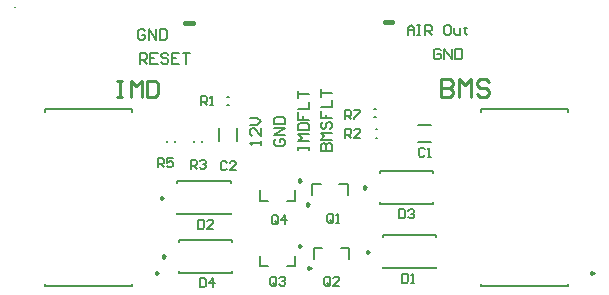
<source format=gto>
G04*
G04 #@! TF.GenerationSoftware,Altium Limited,Altium Designer,19.0.12 (326)*
G04*
G04 Layer_Color=65535*
%FSLAX25Y25*%
%MOIN*%
G70*
G01*
G75*
%ADD10C,0.00984*%
%ADD11C,0.01575*%
%ADD12C,0.00591*%
%ADD13C,0.00787*%
%ADD14C,0.00600*%
%ADD15C,0.01000*%
D10*
X534878Y234717D02*
X534140Y235143D01*
Y234290D01*
X534878Y234717D01*
X389630D02*
X388892Y235143D01*
Y234290D01*
X389630Y234717D01*
X458917Y263216D02*
X458179Y263643D01*
Y262790D01*
X458917Y263216D01*
X459917Y241717D02*
X459179Y242143D01*
Y241290D01*
X459917Y241717D01*
X440512Y236280D02*
X439774Y236706D01*
Y235853D01*
X440512Y236280D01*
X440012Y257563D02*
X439274Y257989D01*
Y257137D01*
X440012Y257563D01*
X437472Y243653D02*
X436734Y244080D01*
Y243227D01*
X437472Y243653D01*
Y265437D02*
X436734Y265863D01*
Y265011D01*
X437472Y265437D01*
X391417Y259717D02*
X390679Y260143D01*
Y259290D01*
X391417Y259717D01*
X391917Y240216D02*
X391179Y240643D01*
Y239790D01*
X391917Y240216D01*
D11*
X398819Y317858D02*
X401181D01*
X465319Y318213D02*
X467681D01*
D12*
X342126Y323228D02*
X342126D01*
D13*
X412803Y293425D02*
X413197D01*
X412803Y290669D02*
X413197D01*
X497181Y230189D02*
X526315D01*
X497181Y230190D02*
Y231173D01*
X526315Y230190D02*
Y231173D01*
Y288260D02*
Y289243D01*
X497181Y288260D02*
Y289243D01*
X526315D01*
X351933Y230189D02*
X381067D01*
X351933Y230190D02*
Y231173D01*
X381067Y230190D02*
Y231173D01*
Y288260D02*
Y289243D01*
X351933Y288260D02*
Y289243D01*
X381067D01*
X461803Y286622D02*
X462197D01*
X461803Y289378D02*
X462197D01*
X462303Y279839D02*
X462697D01*
X462303Y282594D02*
X462697D01*
X476335Y284169D02*
X480665D01*
X476335Y278264D02*
X480665D01*
X463642Y268728D02*
X481358D01*
X463642Y257705D02*
X481358D01*
X463642Y268138D02*
Y268728D01*
X481358Y268138D02*
Y268728D01*
X463642Y257705D02*
Y258295D01*
X481358Y257705D02*
Y258295D01*
X464642Y247228D02*
X482358D01*
X464642Y236205D02*
X482358D01*
X464642Y246638D02*
Y247228D01*
X482358Y246638D02*
Y247228D01*
X464642Y236205D02*
Y236795D01*
X482358Y236205D02*
Y236795D01*
X441595Y239429D02*
Y242972D01*
X444350D01*
X453406Y239429D02*
Y242972D01*
X450650D02*
X453406D01*
X441094Y260713D02*
Y264256D01*
X443850D01*
X452906Y260713D02*
Y264256D01*
X450150D02*
X452906D01*
X435405Y236961D02*
Y240504D01*
X432650Y236961D02*
X435405D01*
X423595D02*
Y240504D01*
Y236961D02*
X426350D01*
X435405Y258744D02*
Y262287D01*
X432650Y258744D02*
X435405D01*
X423595D02*
Y262287D01*
Y258744D02*
X426350D01*
X404378Y278264D02*
Y278658D01*
X401622Y278264D02*
Y278658D01*
X395378Y278264D02*
Y278658D01*
X392622Y278264D02*
Y278658D01*
X396142Y265228D02*
X413858D01*
X396142Y254205D02*
X413858D01*
X396142Y264638D02*
Y265228D01*
X413858Y264638D02*
Y265228D01*
X396142Y254205D02*
Y254795D01*
X413858Y254205D02*
Y254795D01*
X396642Y245728D02*
X414358D01*
X396642Y234705D02*
X414358D01*
X396642Y245138D02*
Y245728D01*
X414358Y245138D02*
Y245728D01*
X396642Y234705D02*
Y235295D01*
X414358Y234705D02*
Y235295D01*
X415953Y278551D02*
Y282882D01*
X410047Y278551D02*
Y282882D01*
D14*
X436313Y275600D02*
Y276800D01*
Y276200D01*
X439912D01*
Y275600D01*
Y276800D01*
Y278599D02*
X436313D01*
X437513Y279799D01*
X436313Y280998D01*
X439912D01*
X436313Y282198D02*
X439912D01*
Y283997D01*
X439312Y284597D01*
X436913D01*
X436313Y283997D01*
Y282198D01*
Y288196D02*
Y285797D01*
X438112D01*
Y286996D01*
Y285797D01*
X439912D01*
X436313Y289396D02*
X439912D01*
Y291795D01*
X436313Y292994D02*
Y295394D01*
Y294194D01*
X439912D01*
X472835Y314173D02*
Y316306D01*
X473901Y317372D01*
X474967Y316306D01*
Y314173D01*
Y315773D01*
X472835D01*
X476034Y317372D02*
X477100D01*
X476567D01*
Y314173D01*
X476034D01*
X477100D01*
X478699D02*
Y317372D01*
X480299D01*
X480832Y316839D01*
Y315773D01*
X480299Y315240D01*
X478699D01*
X479766D02*
X480832Y314173D01*
X486697Y317372D02*
X485631D01*
X485097Y316839D01*
Y314706D01*
X485631Y314173D01*
X486697D01*
X487230Y314706D01*
Y316839D01*
X486697Y317372D01*
X488296Y316306D02*
Y314706D01*
X488830Y314173D01*
X490429D01*
Y316306D01*
X492029Y316839D02*
Y316306D01*
X491495D01*
X492562D01*
X492029D01*
Y314706D01*
X492562Y314173D01*
X443901Y275500D02*
X447500D01*
Y277299D01*
X446900Y277899D01*
X446300D01*
X445701Y277299D01*
Y275500D01*
Y277299D01*
X445101Y277899D01*
X444501D01*
X443901Y277299D01*
Y275500D01*
X447500Y279099D02*
X443901D01*
X445101Y280298D01*
X443901Y281498D01*
X447500D01*
X444501Y285097D02*
X443901Y284497D01*
Y283297D01*
X444501Y282698D01*
X445101D01*
X445701Y283297D01*
Y284497D01*
X446300Y285097D01*
X446900D01*
X447500Y284497D01*
Y283297D01*
X446900Y282698D01*
X443901Y288696D02*
Y286297D01*
X445701D01*
Y287496D01*
Y286297D01*
X447500D01*
X443901Y289895D02*
X447500D01*
Y292295D01*
X443901Y293494D02*
Y295893D01*
Y294694D01*
X447500D01*
X429001Y279399D02*
X428401Y278799D01*
Y277600D01*
X429001Y277000D01*
X431400D01*
X432000Y277600D01*
Y278799D01*
X431400Y279399D01*
X430201D01*
Y278200D01*
X432000Y280599D02*
X428401D01*
X432000Y282998D01*
X428401D01*
Y284198D02*
X432000D01*
Y285997D01*
X431400Y286597D01*
X429001D01*
X428401Y285997D01*
Y284198D01*
X483895Y308905D02*
X483295Y309504D01*
X482096D01*
X481496Y308905D01*
Y306505D01*
X482096Y305906D01*
X483295D01*
X483895Y306505D01*
Y307705D01*
X482696D01*
X485095Y305906D02*
Y309504D01*
X487494Y305906D01*
Y309504D01*
X488694D02*
Y305906D01*
X490493D01*
X491093Y306505D01*
Y308905D01*
X490493Y309504D01*
X488694D01*
X385399Y315283D02*
X384799Y315882D01*
X383600D01*
X383000Y315283D01*
Y312883D01*
X383600Y312283D01*
X384799D01*
X385399Y312883D01*
Y314083D01*
X384200D01*
X386599Y312283D02*
Y315882D01*
X388998Y312283D01*
Y315882D01*
X390198D02*
Y312283D01*
X391997D01*
X392597Y312883D01*
Y315283D01*
X391997Y315882D01*
X390198D01*
X452000Y286000D02*
Y288999D01*
X453500D01*
X453999Y288499D01*
Y287499D01*
X453500Y287000D01*
X452000D01*
X453000D02*
X453999Y286000D01*
X454999Y288999D02*
X456998D01*
Y288499D01*
X454999Y286500D01*
Y286000D01*
X389630Y269898D02*
Y272897D01*
X391129D01*
X391629Y272397D01*
Y271397D01*
X391129Y270897D01*
X389630D01*
X390630D02*
X391629Y269898D01*
X394628Y272897D02*
X392629D01*
Y271397D01*
X393629Y271897D01*
X394128D01*
X394628Y271397D01*
Y270397D01*
X394128Y269898D01*
X393129D01*
X392629Y270397D01*
X400500Y269500D02*
Y272499D01*
X402000D01*
X402499Y271999D01*
Y271000D01*
X402000Y270500D01*
X400500D01*
X401500D02*
X402499Y269500D01*
X403499Y271999D02*
X403999Y272499D01*
X404998D01*
X405498Y271999D01*
Y271499D01*
X404998Y271000D01*
X404499D01*
X404998D01*
X405498Y270500D01*
Y270000D01*
X404998Y269500D01*
X403999D01*
X403499Y270000D01*
X452000Y279839D02*
Y282838D01*
X453500D01*
X453999Y282338D01*
Y281338D01*
X453500Y280838D01*
X452000D01*
X453000D02*
X453999Y279839D01*
X456998D02*
X454999D01*
X456998Y281838D01*
Y282338D01*
X456498Y282838D01*
X455499D01*
X454999Y282338D01*
X404000Y290669D02*
Y293668D01*
X405500D01*
X405999Y293168D01*
Y292169D01*
X405500Y291669D01*
X404000D01*
X405000D02*
X405999Y290669D01*
X406999D02*
X407999D01*
X407499D01*
Y293668D01*
X406999Y293168D01*
X429499Y251500D02*
Y253499D01*
X429000Y253999D01*
X428000D01*
X427500Y253499D01*
Y251500D01*
X428000Y251000D01*
X429000D01*
X428500Y252000D02*
X429499Y251000D01*
X429000D02*
X429499Y251500D01*
X431998Y251000D02*
Y253999D01*
X430499Y252500D01*
X432498D01*
X428999Y231000D02*
Y232999D01*
X428500Y233499D01*
X427500D01*
X427000Y232999D01*
Y231000D01*
X427500Y230500D01*
X428500D01*
X428000Y231500D02*
X428999Y230500D01*
X428500D02*
X428999Y231000D01*
X429999Y232999D02*
X430499Y233499D01*
X431498D01*
X431998Y232999D01*
Y232499D01*
X431498Y231999D01*
X430999D01*
X431498D01*
X431998Y231500D01*
Y231000D01*
X431498Y230500D01*
X430499D01*
X429999Y231000D01*
X446999D02*
Y232999D01*
X446499Y233499D01*
X445500D01*
X445000Y232999D01*
Y231000D01*
X445500Y230500D01*
X446499D01*
X446000Y231500D02*
X446999Y230500D01*
X446499D02*
X446999Y231000D01*
X449998Y230500D02*
X447999D01*
X449998Y232499D01*
Y232999D01*
X449499Y233499D01*
X448499D01*
X447999Y232999D01*
X447999Y252000D02*
Y253999D01*
X447500Y254499D01*
X446500D01*
X446000Y253999D01*
Y252000D01*
X446500Y251500D01*
X447500D01*
X447000Y252500D02*
X447999Y251500D01*
X447500D02*
X447999Y252000D01*
X448999Y251500D02*
X449999D01*
X449499D01*
Y254499D01*
X448999Y253999D01*
X424000Y277500D02*
Y278700D01*
Y278100D01*
X420401D01*
X421001Y277500D01*
X424000Y282898D02*
Y280499D01*
X421601Y282898D01*
X421001D01*
X420401Y282298D01*
Y281099D01*
X421001Y280499D01*
X420401Y284098D02*
X422800D01*
X424000Y285297D01*
X422800Y286497D01*
X420401D01*
X403500Y232999D02*
Y230000D01*
X404999D01*
X405499Y230500D01*
Y232499D01*
X404999Y232999D01*
X403500D01*
X407999Y230000D02*
Y232999D01*
X406499Y231500D01*
X408498D01*
X470000Y255999D02*
Y253000D01*
X471499D01*
X471999Y253500D01*
Y255499D01*
X471499Y255999D01*
X470000D01*
X472999Y255499D02*
X473499Y255999D01*
X474499D01*
X474998Y255499D01*
Y254999D01*
X474499Y254500D01*
X473999D01*
X474499D01*
X474998Y254000D01*
Y253500D01*
X474499Y253000D01*
X473499D01*
X472999Y253500D01*
X403000Y252499D02*
Y249500D01*
X404499D01*
X404999Y250000D01*
Y251999D01*
X404499Y252499D01*
X403000D01*
X407998Y249500D02*
X405999D01*
X407998Y251499D01*
Y251999D01*
X407499Y252499D01*
X406499D01*
X405999Y251999D01*
X471000Y234499D02*
Y231500D01*
X472500D01*
X472999Y232000D01*
Y233999D01*
X472500Y234499D01*
X471000D01*
X473999Y231500D02*
X474999D01*
X474499D01*
Y234499D01*
X473999Y233999D01*
X412499Y271499D02*
X412000Y271999D01*
X411000D01*
X410500Y271499D01*
Y269500D01*
X411000Y269000D01*
X412000D01*
X412499Y269500D01*
X415498Y269000D02*
X413499D01*
X415498Y270999D01*
Y271499D01*
X414998Y271999D01*
X413999D01*
X413499Y271499D01*
X478499Y275999D02*
X477999Y276499D01*
X477000D01*
X476500Y275999D01*
Y274000D01*
X477000Y273500D01*
X477999D01*
X478499Y274000D01*
X479499Y273500D02*
X480499D01*
X479999D01*
Y276499D01*
X479499Y275999D01*
X383500Y304500D02*
Y308099D01*
X385299D01*
X385899Y307499D01*
Y306299D01*
X385299Y305700D01*
X383500D01*
X384700D02*
X385899Y304500D01*
X389498Y308099D02*
X387099D01*
Y304500D01*
X389498D01*
X387099Y306299D02*
X388299D01*
X393097Y307499D02*
X392497Y308099D01*
X391298D01*
X390698Y307499D01*
Y306899D01*
X391298Y306299D01*
X392497D01*
X393097Y305700D01*
Y305100D01*
X392497Y304500D01*
X391298D01*
X390698Y305100D01*
X396696Y308099D02*
X394297D01*
Y304500D01*
X396696D01*
X394297Y306299D02*
X395496D01*
X397895Y308099D02*
X400295D01*
X399095D01*
Y304500D01*
D15*
X375984Y298805D02*
X377817D01*
X376901D01*
Y293307D01*
X375984D01*
X377817D01*
X380566D02*
Y298805D01*
X382399Y296973D01*
X384232Y298805D01*
Y293307D01*
X386064Y298805D02*
Y293307D01*
X388813D01*
X389730Y294223D01*
Y297889D01*
X388813Y298805D01*
X386064D01*
X483858Y299305D02*
Y293307D01*
X486857D01*
X487857Y294307D01*
Y295306D01*
X486857Y296306D01*
X483858D01*
X486857D01*
X487857Y297306D01*
Y298306D01*
X486857Y299305D01*
X483858D01*
X489856Y293307D02*
Y299305D01*
X491856Y297306D01*
X493855Y299305D01*
Y293307D01*
X499853Y298306D02*
X498853Y299305D01*
X496854D01*
X495854Y298306D01*
Y297306D01*
X496854Y296306D01*
X498853D01*
X499853Y295306D01*
Y294307D01*
X498853Y293307D01*
X496854D01*
X495854Y294307D01*
M02*

</source>
